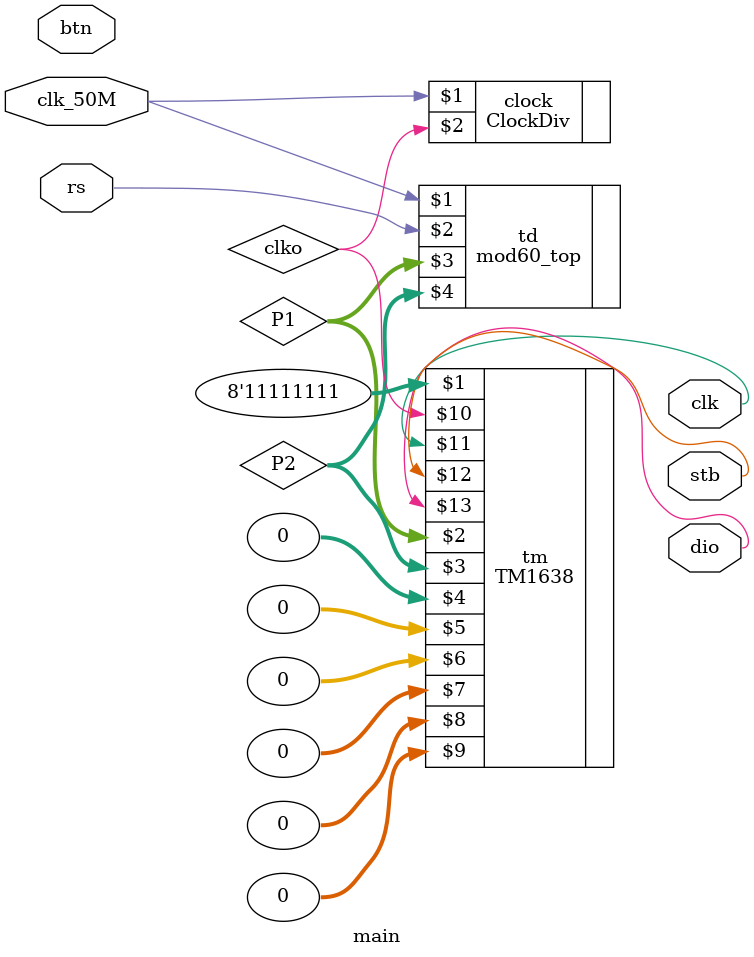
<source format=v>
`timescale 1ns / 1ps
module main(
  input clk_50M, input rs,input btn,  
	 output wire clk,
    output wire stb,
    output wire dio
  );
wire clko;
wire [3:0] P1,P2;
ClockDiv clock (clk_50M, clko) ;

mod60_top td(clk_50M,rs,P1,P2);
TM1638 tm (8'b11111111,P1,P2,0,0,0,0,0,0,

clko,clk,stb,dio);	
endmodule

</source>
